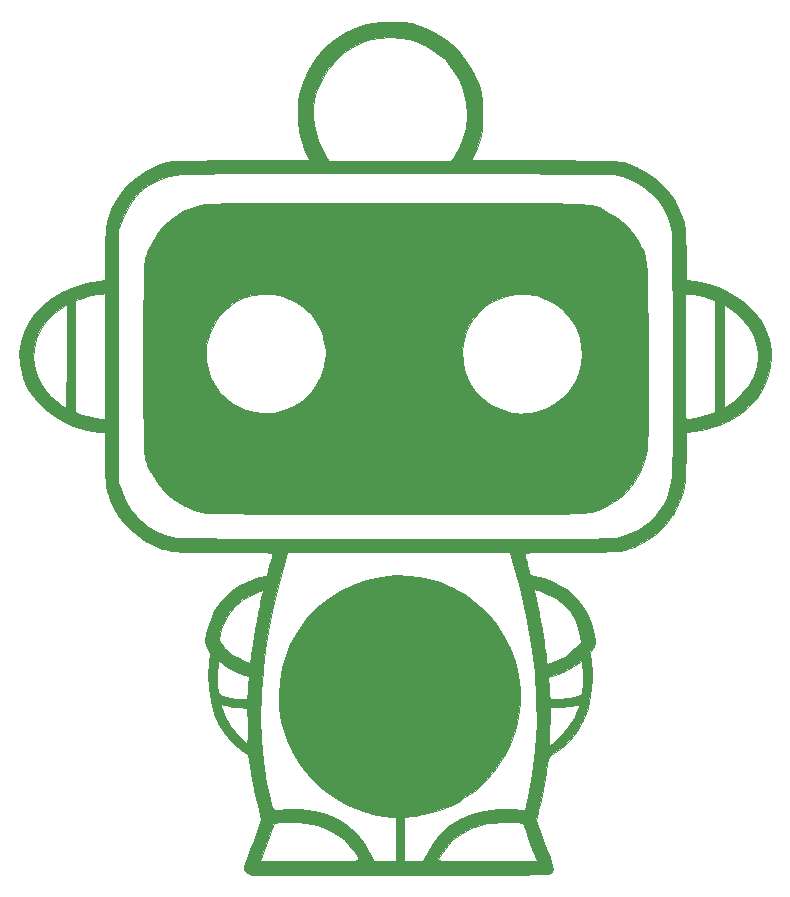
<source format=gto>
G04 #@! TF.FileFunction,Legend,Top*
%FSLAX46Y46*%
G04 Gerber Fmt 4.6, Leading zero omitted, Abs format (unit mm)*
G04 Created by KiCad (PCBNEW (2015-04-22 BZR 5621)-product) date 6/30/2015 10:49:08 AM*
%MOMM*%
G01*
G04 APERTURE LIST*
%ADD10C,0.100000*%
%ADD11C,0.150000*%
G04 APERTURE END LIST*
D10*
G36*
X138599333Y-105410000D02*
X138517888Y-106361063D01*
X138280503Y-107270233D01*
X137897599Y-108127190D01*
X137481335Y-108765589D01*
X137481335Y-105530898D01*
X137470503Y-105156000D01*
X137338537Y-104332614D01*
X137069890Y-103578037D01*
X136653231Y-102867308D01*
X136155422Y-102258622D01*
X135925209Y-102030143D01*
X135643879Y-101780138D01*
X135345179Y-101535060D01*
X135062857Y-101321359D01*
X134830661Y-101165487D01*
X134682339Y-101093895D01*
X134666979Y-101092000D01*
X134657917Y-101174035D01*
X134649430Y-101409613D01*
X134641688Y-101782945D01*
X134634861Y-102278241D01*
X134629119Y-102879712D01*
X134624633Y-103571569D01*
X134621571Y-104338021D01*
X134620105Y-105163280D01*
X134620000Y-105455488D01*
X134620000Y-109818976D01*
X135107744Y-109487755D01*
X135395774Y-109267990D01*
X135734541Y-108973630D01*
X136063739Y-108657919D01*
X136156616Y-108561710D01*
X136714748Y-107863505D01*
X137125840Y-107114588D01*
X137383500Y-106331529D01*
X137481335Y-105530898D01*
X137481335Y-108765589D01*
X137379600Y-108921614D01*
X136736930Y-109643184D01*
X135980010Y-110281580D01*
X135119264Y-110826483D01*
X134165115Y-111267571D01*
X133858000Y-111364388D01*
X133858000Y-110149061D01*
X133858000Y-105418057D01*
X133858000Y-100687053D01*
X133540500Y-100560712D01*
X133253322Y-100466743D01*
X132860756Y-100364140D01*
X132425246Y-100266787D01*
X132009233Y-100188571D01*
X131675159Y-100143374D01*
X131656667Y-100141822D01*
X131360333Y-100118333D01*
X131338379Y-105325333D01*
X131335183Y-106251052D01*
X131333526Y-107127840D01*
X131333346Y-107940814D01*
X131334581Y-108675091D01*
X131337168Y-109315786D01*
X131341047Y-109848017D01*
X131346155Y-110256900D01*
X131352429Y-110527550D01*
X131359809Y-110645086D01*
X131360521Y-110647634D01*
X131460299Y-110711727D01*
X131693752Y-110718085D01*
X132068443Y-110665994D01*
X132591936Y-110554740D01*
X132752608Y-110516216D01*
X133087099Y-110426977D01*
X133397703Y-110331558D01*
X133578108Y-110266007D01*
X133858000Y-110149061D01*
X133858000Y-111364388D01*
X133127986Y-111594525D01*
X132168056Y-111777862D01*
X131420423Y-111879683D01*
X131380633Y-114084675D01*
X131366784Y-114777233D01*
X131351786Y-115326017D01*
X131333619Y-115756581D01*
X131310261Y-116094484D01*
X131279692Y-116365280D01*
X131239891Y-116594527D01*
X131188837Y-116807780D01*
X131156057Y-116924667D01*
X130770049Y-117962524D01*
X130287816Y-118834697D01*
X130287816Y-109333432D01*
X130287665Y-107916775D01*
X130285622Y-106373374D01*
X130281853Y-104775000D01*
X130253920Y-94869000D01*
X130060514Y-94235383D01*
X129783763Y-93470056D01*
X129442370Y-92812057D01*
X129002505Y-92205181D01*
X128528186Y-91689814D01*
X127921974Y-91141185D01*
X127311961Y-90719009D01*
X126641194Y-90388964D01*
X125982617Y-90155809D01*
X125349000Y-89960726D01*
X112871289Y-89942969D01*
X112871289Y-84920667D01*
X112789923Y-83869335D01*
X112551428Y-82867286D01*
X112164211Y-81928139D01*
X111636679Y-81065515D01*
X110977238Y-80293031D01*
X110194295Y-79624307D01*
X109296257Y-79072963D01*
X109246032Y-79047489D01*
X108315697Y-78672661D01*
X107341672Y-78451560D01*
X106346110Y-78381907D01*
X105351165Y-78461422D01*
X104378993Y-78687826D01*
X103451747Y-79058840D01*
X102591583Y-79572183D01*
X102344934Y-79757551D01*
X101667595Y-80386460D01*
X101062587Y-81129839D01*
X100556509Y-81947349D01*
X100175961Y-82798652D01*
X100029017Y-83269667D01*
X99861207Y-84234556D01*
X99844948Y-85229388D01*
X99975175Y-86222400D01*
X100246825Y-87181824D01*
X100654832Y-88075896D01*
X100846002Y-88394111D01*
X101172974Y-88900000D01*
X106338956Y-88900000D01*
X111504938Y-88900000D01*
X111770501Y-88540167D01*
X112212867Y-87809942D01*
X112550310Y-86973853D01*
X112772261Y-86066645D01*
X112868155Y-85123059D01*
X112871289Y-84920667D01*
X112871289Y-89942969D01*
X107442000Y-89935244D01*
X105132415Y-89932383D01*
X102965182Y-89930568D01*
X100942282Y-89929795D01*
X99065692Y-89930056D01*
X97337391Y-89931345D01*
X95759359Y-89933656D01*
X94333574Y-89936983D01*
X93062014Y-89941319D01*
X91946660Y-89946658D01*
X90989490Y-89952993D01*
X90192482Y-89960318D01*
X89557615Y-89968628D01*
X89086869Y-89977915D01*
X88782222Y-89988173D01*
X88676132Y-89995165D01*
X87657935Y-90175136D01*
X86721747Y-90500490D01*
X85876054Y-90964513D01*
X85129342Y-91560494D01*
X84490095Y-92281720D01*
X83966799Y-93121480D01*
X83585000Y-94022333D01*
X83354333Y-94699667D01*
X83354333Y-105367667D01*
X83354333Y-116035667D01*
X83552611Y-116670667D01*
X83929854Y-117614729D01*
X84435808Y-118460931D01*
X85058721Y-119198795D01*
X85786840Y-119817842D01*
X86608414Y-120307594D01*
X87511690Y-120657573D01*
X88202633Y-120816556D01*
X88324982Y-120823095D01*
X88608689Y-120829554D01*
X89045778Y-120835899D01*
X89628273Y-120842097D01*
X90348198Y-120848113D01*
X91197578Y-120853916D01*
X92168437Y-120859471D01*
X93252799Y-120864746D01*
X94442689Y-120869706D01*
X95730130Y-120874319D01*
X97107148Y-120878551D01*
X98565766Y-120882369D01*
X100098009Y-120885739D01*
X101695900Y-120888628D01*
X103351465Y-120891004D01*
X105056727Y-120892831D01*
X106736052Y-120894041D01*
X108840271Y-120895068D01*
X110781733Y-120895720D01*
X112567013Y-120895958D01*
X114202685Y-120895742D01*
X115695326Y-120895034D01*
X117051510Y-120893795D01*
X118277814Y-120891985D01*
X119380811Y-120889565D01*
X120367078Y-120886497D01*
X121243190Y-120882740D01*
X122015722Y-120878257D01*
X122691250Y-120873008D01*
X123276349Y-120866954D01*
X123777593Y-120860055D01*
X124201560Y-120852273D01*
X124554823Y-120843569D01*
X124843958Y-120833903D01*
X125075541Y-120823236D01*
X125256146Y-120811530D01*
X125392349Y-120798746D01*
X125490726Y-120784843D01*
X125503644Y-120782465D01*
X126461169Y-120515214D01*
X127348573Y-120097982D01*
X128152233Y-119540420D01*
X128858526Y-118852176D01*
X129453829Y-118042900D01*
X129515649Y-117940667D01*
X129768971Y-117415223D01*
X129984552Y-116777219D01*
X130146067Y-116082069D01*
X130223983Y-115536144D01*
X130238048Y-115303766D01*
X130250425Y-114906793D01*
X130261089Y-114349958D01*
X130270014Y-113637991D01*
X130277174Y-112775624D01*
X130282545Y-111767588D01*
X130286101Y-110618613D01*
X130287816Y-109333432D01*
X130287816Y-118834697D01*
X130247686Y-118907277D01*
X129598630Y-119749090D01*
X128832541Y-120478123D01*
X127959081Y-121084541D01*
X126987909Y-121558507D01*
X126405016Y-121762392D01*
X126253794Y-121806764D01*
X126107041Y-121843882D01*
X125948310Y-121874525D01*
X125761158Y-121899473D01*
X125529140Y-121919504D01*
X125235812Y-121935396D01*
X124864728Y-121947928D01*
X124399445Y-121957879D01*
X123823517Y-121966027D01*
X123120501Y-121973152D01*
X122273951Y-121980032D01*
X121722189Y-121984132D01*
X120741080Y-121992298D01*
X119918681Y-122001455D01*
X119244372Y-122011948D01*
X118707529Y-122024123D01*
X118297532Y-122038329D01*
X118003758Y-122054910D01*
X117815587Y-122074213D01*
X117722395Y-122096585D01*
X117708237Y-122115053D01*
X117745448Y-122234885D01*
X117817375Y-122478568D01*
X117912574Y-122807032D01*
X117989457Y-123075319D01*
X118234483Y-123934304D01*
X118955408Y-124110489D01*
X119365133Y-124231961D01*
X119842232Y-124405546D01*
X120306123Y-124601006D01*
X120472502Y-124679810D01*
X120927289Y-124921813D01*
X121297082Y-125167268D01*
X121651223Y-125466239D01*
X121911836Y-125718973D01*
X122539422Y-126438553D01*
X123019222Y-127198209D01*
X123366528Y-128028478D01*
X123596632Y-128959898D01*
X123627434Y-129144824D01*
X123675228Y-129472189D01*
X123688757Y-129687008D01*
X123660663Y-129843918D01*
X123583588Y-129997555D01*
X123493895Y-130136425D01*
X123260926Y-130488466D01*
X123352463Y-131329887D01*
X123419713Y-132103161D01*
X123437482Y-132780571D01*
X123405025Y-133428419D01*
X123321599Y-134113007D01*
X123321174Y-134115826D01*
X123078485Y-135202027D01*
X122692942Y-136214224D01*
X122680436Y-136236459D01*
X122680436Y-132458054D01*
X122668589Y-132027190D01*
X122644028Y-131710550D01*
X122584320Y-131153006D01*
X122531373Y-131192531D01*
X122531373Y-129601234D01*
X122475579Y-129180638D01*
X122298777Y-128432769D01*
X121980733Y-127695613D01*
X121546137Y-127013661D01*
X121019677Y-126431402D01*
X120884169Y-126312908D01*
X120460354Y-125986191D01*
X120047446Y-125732496D01*
X119582953Y-125517771D01*
X119096931Y-125339113D01*
X118514283Y-125140941D01*
X118556719Y-125329637D01*
X118672507Y-125863372D01*
X118799777Y-126481963D01*
X118931720Y-127149185D01*
X119061525Y-127828814D01*
X119182382Y-128484624D01*
X119287482Y-129080390D01*
X119370014Y-129579888D01*
X119419865Y-129921000D01*
X119475657Y-130345393D01*
X119527980Y-130733048D01*
X119570681Y-131039006D01*
X119596160Y-131209554D01*
X119640693Y-131482108D01*
X120176636Y-131287571D01*
X120538097Y-131141431D01*
X120908017Y-130968629D01*
X121125790Y-130852204D01*
X121390988Y-130670000D01*
X121705590Y-130413781D01*
X122006037Y-130135681D01*
X122035187Y-130106304D01*
X122531373Y-129601234D01*
X122531373Y-131192531D01*
X122146327Y-131479972D01*
X121594688Y-131848763D01*
X121017423Y-132138960D01*
X120353667Y-132383346D01*
X119761000Y-132573480D01*
X119792036Y-133448573D01*
X119809076Y-133820470D01*
X119830424Y-134129445D01*
X119852943Y-134336107D01*
X119867726Y-134398806D01*
X119972248Y-134432630D01*
X120204692Y-134443814D01*
X120525581Y-134435257D01*
X120895441Y-134409860D01*
X121274798Y-134370523D01*
X121624175Y-134320147D01*
X121904099Y-134261632D01*
X121962333Y-134244912D01*
X122228148Y-134154575D01*
X122436686Y-134070838D01*
X122503976Y-134036114D01*
X122563537Y-133916186D01*
X122613111Y-133662761D01*
X122650550Y-133311494D01*
X122673708Y-132898040D01*
X122680436Y-132458054D01*
X122680436Y-136236459D01*
X122332534Y-136855017D01*
X122332534Y-135085390D01*
X122308537Y-134975064D01*
X122183766Y-134949836D01*
X121946891Y-134986205D01*
X121814167Y-135013583D01*
X121455077Y-135069515D01*
X121020319Y-135109954D01*
X120603417Y-135126224D01*
X120599670Y-135126235D01*
X119914340Y-135128000D01*
X119859146Y-136334500D01*
X119838653Y-136814271D01*
X119821558Y-137275020D01*
X119809429Y-137669883D01*
X119803839Y-137951993D01*
X119803643Y-137991265D01*
X119803333Y-138441530D01*
X120071049Y-138250900D01*
X120264159Y-138096852D01*
X120523155Y-137868845D01*
X120795143Y-137613606D01*
X120820792Y-137588606D01*
X121459771Y-136845622D01*
X121969710Y-135993228D01*
X122123522Y-135655350D01*
X122267086Y-135304318D01*
X122332534Y-135085390D01*
X122332534Y-136855017D01*
X122172241Y-137140013D01*
X121524077Y-137966991D01*
X120756146Y-138682754D01*
X120268680Y-139035635D01*
X119994124Y-139221626D01*
X119829447Y-139361156D01*
X119741424Y-139498295D01*
X119696830Y-139677109D01*
X119677457Y-139819833D01*
X119555491Y-140678423D01*
X119395950Y-141611596D01*
X119213126Y-142542444D01*
X119021310Y-143394063D01*
X118988964Y-143524913D01*
X118756512Y-144451106D01*
X118756512Y-136598798D01*
X118737959Y-134398752D01*
X118586259Y-132134861D01*
X118301999Y-129816555D01*
X117885765Y-127453265D01*
X117338144Y-125054422D01*
X116783870Y-123041833D01*
X116476142Y-122004667D01*
X107063754Y-122004667D01*
X97651365Y-122004667D01*
X97258467Y-123380500D01*
X96759841Y-125224297D01*
X96348260Y-126969913D01*
X96016394Y-128659764D01*
X95756916Y-130336267D01*
X95588667Y-131812257D01*
X95588667Y-125274926D01*
X95520039Y-125257472D01*
X95336413Y-125306976D01*
X95071173Y-125408807D01*
X94757703Y-125548337D01*
X94429389Y-125710938D01*
X94119614Y-125881979D01*
X93922426Y-126005062D01*
X93259087Y-126537294D01*
X92723427Y-127168355D01*
X92370134Y-127764375D01*
X92213663Y-128119205D01*
X92068212Y-128526872D01*
X91950759Y-128931153D01*
X91878283Y-129275823D01*
X91863333Y-129442601D01*
X91925650Y-129599236D01*
X92092304Y-129826564D01*
X92332852Y-130092773D01*
X92616851Y-130366049D01*
X92913857Y-130614580D01*
X93133333Y-130769751D01*
X93400558Y-130924242D01*
X93707083Y-131078359D01*
X94011554Y-131214278D01*
X94272616Y-131314176D01*
X94448915Y-131360227D01*
X94494397Y-131356380D01*
X94529186Y-131261148D01*
X94568952Y-131042123D01*
X94605723Y-130744349D01*
X94609500Y-130706045D01*
X94657300Y-130302452D01*
X94733429Y-129772131D01*
X94831184Y-129154021D01*
X94943866Y-128487066D01*
X95064772Y-127810205D01*
X95187202Y-127162381D01*
X95304453Y-126582536D01*
X95373883Y-126264207D01*
X95458900Y-125885741D01*
X95528017Y-125571519D01*
X95573730Y-125356098D01*
X95588667Y-125274926D01*
X95588667Y-131812257D01*
X95562497Y-132041838D01*
X95425808Y-133818892D01*
X95411012Y-134073092D01*
X95364594Y-135938823D01*
X95428639Y-137834817D01*
X95599437Y-139713607D01*
X95873276Y-141527727D01*
X96069425Y-142494000D01*
X96177921Y-142993007D01*
X96261772Y-143351709D01*
X96344929Y-143592010D01*
X96451343Y-143735814D01*
X96604965Y-143805025D01*
X96829748Y-143821550D01*
X97149643Y-143807290D01*
X97485083Y-143788677D01*
X98729263Y-143796897D01*
X99883107Y-143942019D01*
X100942981Y-144222146D01*
X101905251Y-144635380D01*
X102766283Y-145179821D01*
X103522443Y-145853573D01*
X104170096Y-146654737D01*
X104691713Y-147552833D01*
X104991758Y-148166667D01*
X105920546Y-148166667D01*
X106849333Y-148166667D01*
X106849333Y-146309188D01*
X106849333Y-144451709D01*
X106447167Y-144401877D01*
X105801447Y-144317089D01*
X105279972Y-144235768D01*
X104838119Y-144148819D01*
X104431266Y-144047150D01*
X104014791Y-143921669D01*
X103889131Y-143880617D01*
X102690640Y-143396322D01*
X101572837Y-142768839D01*
X100546972Y-142009419D01*
X99624297Y-141129315D01*
X98816061Y-140139781D01*
X98133516Y-139052068D01*
X97587913Y-137877430D01*
X97418122Y-137408503D01*
X97144235Y-136364482D01*
X96984705Y-135238652D01*
X96939534Y-134074089D01*
X97008724Y-132913870D01*
X97192277Y-131801073D01*
X97417808Y-130984830D01*
X97904543Y-129784453D01*
X98524611Y-128676269D01*
X99265685Y-127667310D01*
X100115437Y-126764609D01*
X101061540Y-125975199D01*
X102091668Y-125306113D01*
X103193494Y-124764384D01*
X104354691Y-124357045D01*
X105562931Y-124091129D01*
X106805888Y-123973668D01*
X108071236Y-124011697D01*
X109304667Y-124202992D01*
X110560693Y-124554692D01*
X111723170Y-125043877D01*
X112804645Y-125677444D01*
X113817664Y-126462292D01*
X114385260Y-126996030D01*
X115239188Y-127966818D01*
X115946359Y-129006107D01*
X116508483Y-130100961D01*
X116927265Y-131238441D01*
X117204413Y-132405608D01*
X117341634Y-133589524D01*
X117340636Y-134777252D01*
X117203125Y-135955852D01*
X116930808Y-137112387D01*
X116525393Y-138233917D01*
X115988588Y-139307506D01*
X115322098Y-140320214D01*
X114527631Y-141259104D01*
X113606895Y-142111236D01*
X112561597Y-142863673D01*
X112268000Y-143042335D01*
X111410204Y-143485930D01*
X110489753Y-143855578D01*
X109560866Y-144132632D01*
X108677766Y-144298446D01*
X108583926Y-144309290D01*
X108254614Y-144346915D01*
X107949894Y-144385388D01*
X107801833Y-144406396D01*
X107526667Y-144449006D01*
X107526667Y-146307836D01*
X107526667Y-148166667D01*
X108352167Y-148161274D01*
X109177667Y-148155881D01*
X109533449Y-147420440D01*
X110052565Y-146530959D01*
X110688996Y-145761341D01*
X111438097Y-145113976D01*
X112295224Y-144591255D01*
X113255730Y-144195569D01*
X114314973Y-143929309D01*
X115468307Y-143794865D01*
X116588862Y-143788798D01*
X117742156Y-143838123D01*
X118007432Y-142721561D01*
X118391835Y-140769633D01*
X118641333Y-138725568D01*
X118756512Y-136598798D01*
X118756512Y-144451106D01*
X118698356Y-144682826D01*
X119420178Y-146606904D01*
X119676035Y-147294960D01*
X119872077Y-147843306D01*
X120010682Y-148269732D01*
X120094227Y-148592028D01*
X120125088Y-148827983D01*
X120105642Y-148995388D01*
X120038266Y-149112032D01*
X119925337Y-149195705D01*
X119774932Y-149262036D01*
X119667088Y-149271350D01*
X119401375Y-149280207D01*
X118989257Y-149288592D01*
X118783074Y-149291569D01*
X118783074Y-148166667D01*
X118539565Y-147510500D01*
X118405207Y-147149366D01*
X118236221Y-146696462D01*
X118057527Y-146218535D01*
X117940784Y-145906895D01*
X117585512Y-144959458D01*
X117112849Y-144900402D01*
X116724512Y-144873852D01*
X116230430Y-144871795D01*
X115681469Y-144891242D01*
X115128497Y-144929203D01*
X114622380Y-144982686D01*
X114213986Y-145048700D01*
X114088333Y-145078227D01*
X113183896Y-145399978D01*
X112357424Y-145852086D01*
X111637855Y-146418316D01*
X111552241Y-146500874D01*
X111268997Y-146803138D01*
X110991136Y-147138285D01*
X110742653Y-147472769D01*
X110547542Y-147773046D01*
X110429798Y-148005571D01*
X110406128Y-148103167D01*
X110487948Y-148115661D01*
X110722990Y-148127340D01*
X111095142Y-148137960D01*
X111588293Y-148147278D01*
X112186332Y-148155047D01*
X112873148Y-148161025D01*
X113632630Y-148164967D01*
X114448666Y-148166628D01*
X114594204Y-148166667D01*
X118783074Y-148166667D01*
X118783074Y-149291569D01*
X118442198Y-149296492D01*
X117771661Y-149303893D01*
X116989111Y-149310783D01*
X116106010Y-149317148D01*
X115133824Y-149322974D01*
X114084015Y-149328247D01*
X112968048Y-149332955D01*
X111797386Y-149337083D01*
X110583493Y-149340618D01*
X109337833Y-149343547D01*
X108071869Y-149345855D01*
X106797067Y-149347531D01*
X105524888Y-149348559D01*
X104266798Y-149348928D01*
X103716667Y-149348791D01*
X103716667Y-148066736D01*
X103662866Y-147906597D01*
X103518000Y-147656709D01*
X103306878Y-147350804D01*
X103054305Y-147022615D01*
X102785088Y-146705873D01*
X102524034Y-146434310D01*
X102498243Y-146409919D01*
X101812686Y-145874190D01*
X101016568Y-145435518D01*
X100159283Y-145119111D01*
X99725417Y-145024817D01*
X99178305Y-144948864D01*
X98573415Y-144895143D01*
X97966217Y-144867541D01*
X97412181Y-144869947D01*
X97020105Y-144899034D01*
X96558396Y-144956720D01*
X95956698Y-146561693D01*
X95354999Y-148166667D01*
X99535833Y-148166667D01*
X100542283Y-148165654D01*
X101389532Y-148162455D01*
X102087702Y-148156829D01*
X102646915Y-148148532D01*
X103077291Y-148137323D01*
X103388952Y-148122960D01*
X103592021Y-148105202D01*
X103696617Y-148083805D01*
X103716667Y-148066736D01*
X103716667Y-149348791D01*
X103034259Y-149348622D01*
X101838737Y-149347628D01*
X100691694Y-149345934D01*
X99604594Y-149343525D01*
X98588901Y-149340388D01*
X97656080Y-149336510D01*
X96817593Y-149331877D01*
X96084904Y-149326475D01*
X95469478Y-149320291D01*
X94982779Y-149313312D01*
X94636269Y-149305524D01*
X94441413Y-149296913D01*
X94403333Y-149291934D01*
X94147974Y-149131204D01*
X94000508Y-148899858D01*
X93980000Y-148772722D01*
X94009041Y-148635532D01*
X94090607Y-148364973D01*
X94216362Y-147985693D01*
X94377970Y-147522342D01*
X94567094Y-146999567D01*
X94706832Y-146623592D01*
X95433665Y-144688828D01*
X95131257Y-143443247D01*
X94930121Y-142560712D01*
X94747084Y-141653382D01*
X94592408Y-140776768D01*
X94476357Y-139986379D01*
X94446982Y-139742333D01*
X94413520Y-139499883D01*
X94413520Y-132520326D01*
X93963927Y-132375583D01*
X93526908Y-132205441D01*
X93035564Y-131968315D01*
X92558201Y-131700293D01*
X92163127Y-131437469D01*
X92107719Y-131394839D01*
X91801771Y-131152737D01*
X91748621Y-131595202D01*
X91710651Y-132069796D01*
X91696857Y-132610364D01*
X91707281Y-133141907D01*
X91741966Y-133589424D01*
X91747464Y-133631765D01*
X91793892Y-133877604D01*
X91877740Y-134017234D01*
X92047380Y-134113424D01*
X92149631Y-134153622D01*
X92476190Y-134255133D01*
X92857437Y-134340205D01*
X93255691Y-134404667D01*
X93633275Y-134444353D01*
X93952511Y-134455092D01*
X94175720Y-134432715D01*
X94260421Y-134387167D01*
X94280545Y-134281136D01*
X94306511Y-134044023D01*
X94334591Y-133713806D01*
X94355178Y-133421996D01*
X94413520Y-132520326D01*
X94413520Y-139499883D01*
X94407113Y-139453461D01*
X94343659Y-139269792D01*
X94303105Y-139223590D01*
X94303105Y-137069708D01*
X94299453Y-136673167D01*
X94276333Y-135170333D01*
X93472000Y-135117227D01*
X93076671Y-135083762D01*
X92706835Y-135039670D01*
X92421906Y-134992501D01*
X92342145Y-134973671D01*
X92016623Y-134883220D01*
X92071574Y-135111443D01*
X92167848Y-135399880D01*
X92329702Y-135775166D01*
X92530401Y-136182197D01*
X92743208Y-136565869D01*
X92890090Y-136798436D01*
X93060765Y-137022426D01*
X93289166Y-137287158D01*
X93545643Y-137562501D01*
X93800549Y-137818326D01*
X94024235Y-138024500D01*
X94187053Y-138150893D01*
X94245596Y-138176000D01*
X94270462Y-138095249D01*
X94288890Y-137868473D01*
X94300048Y-137518887D01*
X94303105Y-137069708D01*
X94303105Y-139223590D01*
X94219004Y-139127779D01*
X93995537Y-138963875D01*
X93979852Y-138953113D01*
X93168976Y-138297003D01*
X92477967Y-137527316D01*
X91910735Y-136653872D01*
X91471190Y-135686496D01*
X91163242Y-134635010D01*
X90990801Y-133509236D01*
X90957778Y-132318996D01*
X91014249Y-131502933D01*
X91116263Y-130544867D01*
X90881573Y-130096614D01*
X90646882Y-129648361D01*
X90794480Y-128897162D01*
X91071006Y-127889548D01*
X91484842Y-126977214D01*
X92033507Y-126164643D01*
X92679684Y-125487125D01*
X93120089Y-125151294D01*
X93669901Y-124816874D01*
X94271556Y-124513474D01*
X94867493Y-124270700D01*
X95296462Y-124141224D01*
X95893257Y-123997245D01*
X96143128Y-123106789D01*
X96247499Y-122734122D01*
X96335877Y-122417212D01*
X96397561Y-122194511D01*
X96420375Y-122110500D01*
X96394291Y-122085107D01*
X96293952Y-122063848D01*
X96107612Y-122046414D01*
X95823528Y-122032492D01*
X95429953Y-122021771D01*
X94915145Y-122013940D01*
X94267359Y-122008688D01*
X93474850Y-122005703D01*
X92525874Y-122004674D01*
X92427323Y-122004667D01*
X91409553Y-122003845D01*
X90544028Y-122000440D01*
X89813664Y-121993040D01*
X89201375Y-121980234D01*
X88690077Y-121960610D01*
X88262687Y-121932758D01*
X87902118Y-121895267D01*
X87591288Y-121846724D01*
X87313111Y-121785719D01*
X87050502Y-121710840D01*
X86786378Y-121620677D01*
X86508684Y-121515772D01*
X85627117Y-121086335D01*
X84803021Y-120514682D01*
X84059786Y-119824462D01*
X83420800Y-119039328D01*
X82909451Y-118182929D01*
X82669305Y-117633276D01*
X82529176Y-117233465D01*
X82419766Y-116845396D01*
X82337595Y-116440227D01*
X82279180Y-115989120D01*
X82241042Y-115463234D01*
X82219699Y-114833730D01*
X82211670Y-114071767D01*
X82211333Y-113839128D01*
X82211333Y-111869153D01*
X82211333Y-110744000D01*
X82211333Y-105418056D01*
X82211333Y-100092113D01*
X81851500Y-100133208D01*
X81529860Y-100183419D01*
X81135974Y-100264196D01*
X80722571Y-100362556D01*
X80342380Y-100465516D01*
X80048131Y-100560094D01*
X79944099Y-100602838D01*
X79713667Y-100713282D01*
X79713667Y-105444954D01*
X79713667Y-110176626D01*
X80052333Y-110298321D01*
X80309324Y-110377676D01*
X80660750Y-110469548D01*
X81056259Y-110562687D01*
X81445494Y-110645848D01*
X81778103Y-110707780D01*
X82003731Y-110737236D01*
X82020833Y-110738043D01*
X82211333Y-110744000D01*
X82211333Y-111869153D01*
X81669540Y-111818559D01*
X80573115Y-111636079D01*
X79507096Y-111302772D01*
X78979295Y-111055980D01*
X78979295Y-103134443D01*
X78978066Y-102499097D01*
X78975378Y-101964082D01*
X78971291Y-101545431D01*
X78965868Y-101259181D01*
X78959168Y-101121366D01*
X78956896Y-101111340D01*
X78861576Y-101126173D01*
X78669987Y-101228462D01*
X78415398Y-101396605D01*
X78131078Y-101608998D01*
X77911954Y-101789856D01*
X77233792Y-102470955D01*
X76716222Y-103200506D01*
X76360251Y-103976349D01*
X76166883Y-104796322D01*
X76134635Y-105612733D01*
X76258041Y-106489442D01*
X76538088Y-107304010D01*
X76975326Y-108057332D01*
X77570301Y-108750304D01*
X78323562Y-109383823D01*
X78528333Y-109527374D01*
X78951667Y-109814219D01*
X78973609Y-105482108D01*
X78977128Y-104641983D01*
X78979002Y-103854083D01*
X78979295Y-103134443D01*
X78979295Y-111055980D01*
X78497919Y-110830896D01*
X77572020Y-110232706D01*
X76792667Y-109557625D01*
X76141561Y-108826111D01*
X75645878Y-108082853D01*
X75292309Y-107301827D01*
X75067545Y-106457014D01*
X75006992Y-106066124D01*
X74971965Y-105136942D01*
X75095509Y-104233479D01*
X75367532Y-103366399D01*
X75777941Y-102546367D01*
X76316644Y-101784048D01*
X76973550Y-101090107D01*
X77738565Y-100475208D01*
X78601598Y-99950017D01*
X79552557Y-99525198D01*
X80581350Y-99211417D01*
X81675074Y-99019655D01*
X82197148Y-98960353D01*
X82232533Y-96703010D01*
X82244586Y-96007370D01*
X82257705Y-95456039D01*
X82273833Y-95023992D01*
X82294911Y-94686208D01*
X82322881Y-94417664D01*
X82359686Y-94193336D01*
X82407267Y-93988201D01*
X82456813Y-93812984D01*
X82846062Y-92794645D01*
X83373985Y-91867787D01*
X84031085Y-91041921D01*
X84807864Y-90326560D01*
X85694823Y-89731215D01*
X86682467Y-89265399D01*
X87164333Y-89098367D01*
X87926333Y-88862141D01*
X93704833Y-88834406D01*
X94677029Y-88829369D01*
X95597875Y-88823875D01*
X96453650Y-88818053D01*
X97230634Y-88812031D01*
X97915106Y-88805936D01*
X98493345Y-88799897D01*
X98951631Y-88794041D01*
X99276243Y-88788495D01*
X99453460Y-88783388D01*
X99483333Y-88780593D01*
X99450327Y-88697242D01*
X99362395Y-88497867D01*
X99236164Y-88219917D01*
X99186445Y-88111938D01*
X98857845Y-87272970D01*
X98646474Y-86414550D01*
X98542435Y-85488753D01*
X98527365Y-84920667D01*
X98541529Y-84323434D01*
X98581733Y-83777507D01*
X98643756Y-83336360D01*
X98657776Y-83268268D01*
X98985262Y-82163240D01*
X99458545Y-81133431D01*
X100066428Y-80190601D01*
X100797716Y-79346513D01*
X101641210Y-78612928D01*
X102585715Y-78001608D01*
X103620035Y-77524315D01*
X104351667Y-77287009D01*
X104879792Y-77181651D01*
X105518964Y-77113997D01*
X106215953Y-77084556D01*
X106917532Y-77093835D01*
X107570474Y-77142342D01*
X108121551Y-77230585D01*
X108204000Y-77250265D01*
X109331296Y-77618891D01*
X110361959Y-78124684D01*
X111289701Y-78761590D01*
X112108234Y-79523556D01*
X112811271Y-80404530D01*
X113392523Y-81398459D01*
X113845702Y-82499290D01*
X113929550Y-82761667D01*
X114018721Y-83069601D01*
X114081601Y-83336840D01*
X114122683Y-83604635D01*
X114146458Y-83914236D01*
X114157419Y-84306892D01*
X114160056Y-84823855D01*
X114160038Y-84878333D01*
X114146690Y-85607758D01*
X114101454Y-86215832D01*
X114015128Y-86749013D01*
X113878510Y-87253756D01*
X113682398Y-87776519D01*
X113507630Y-88171913D01*
X113214100Y-88807219D01*
X119408550Y-88837495D01*
X120599668Y-88843654D01*
X121633704Y-88849887D01*
X122522911Y-88856511D01*
X123279541Y-88863838D01*
X123915845Y-88872183D01*
X124444077Y-88881861D01*
X124876487Y-88893186D01*
X125225328Y-88906472D01*
X125502851Y-88922034D01*
X125721310Y-88940186D01*
X125892955Y-88961242D01*
X126030038Y-88985517D01*
X126132652Y-89010016D01*
X127180923Y-89374373D01*
X128137381Y-89874948D01*
X128992230Y-90501932D01*
X129735672Y-91245515D01*
X130357909Y-92095888D01*
X130849146Y-93043241D01*
X131199585Y-94077764D01*
X131201533Y-94085348D01*
X131250133Y-94327380D01*
X131289833Y-94649253D01*
X131321909Y-95070342D01*
X131347636Y-95610021D01*
X131368288Y-96287665D01*
X131379065Y-96783605D01*
X131420803Y-98952210D01*
X132141620Y-99053047D01*
X133315060Y-99295983D01*
X134412295Y-99683459D01*
X135423585Y-100210575D01*
X136339187Y-100872430D01*
X136995697Y-101495067D01*
X137633716Y-102282550D01*
X138108552Y-103110675D01*
X138422889Y-103985993D01*
X138579410Y-104915055D01*
X138599333Y-105410000D01*
X138599333Y-105410000D01*
X138599333Y-105410000D01*
G37*
X138599333Y-105410000D02*
X138517888Y-106361063D01*
X138280503Y-107270233D01*
X137897599Y-108127190D01*
X137481335Y-108765589D01*
X137481335Y-105530898D01*
X137470503Y-105156000D01*
X137338537Y-104332614D01*
X137069890Y-103578037D01*
X136653231Y-102867308D01*
X136155422Y-102258622D01*
X135925209Y-102030143D01*
X135643879Y-101780138D01*
X135345179Y-101535060D01*
X135062857Y-101321359D01*
X134830661Y-101165487D01*
X134682339Y-101093895D01*
X134666979Y-101092000D01*
X134657917Y-101174035D01*
X134649430Y-101409613D01*
X134641688Y-101782945D01*
X134634861Y-102278241D01*
X134629119Y-102879712D01*
X134624633Y-103571569D01*
X134621571Y-104338021D01*
X134620105Y-105163280D01*
X134620000Y-105455488D01*
X134620000Y-109818976D01*
X135107744Y-109487755D01*
X135395774Y-109267990D01*
X135734541Y-108973630D01*
X136063739Y-108657919D01*
X136156616Y-108561710D01*
X136714748Y-107863505D01*
X137125840Y-107114588D01*
X137383500Y-106331529D01*
X137481335Y-105530898D01*
X137481335Y-108765589D01*
X137379600Y-108921614D01*
X136736930Y-109643184D01*
X135980010Y-110281580D01*
X135119264Y-110826483D01*
X134165115Y-111267571D01*
X133858000Y-111364388D01*
X133858000Y-110149061D01*
X133858000Y-105418057D01*
X133858000Y-100687053D01*
X133540500Y-100560712D01*
X133253322Y-100466743D01*
X132860756Y-100364140D01*
X132425246Y-100266787D01*
X132009233Y-100188571D01*
X131675159Y-100143374D01*
X131656667Y-100141822D01*
X131360333Y-100118333D01*
X131338379Y-105325333D01*
X131335183Y-106251052D01*
X131333526Y-107127840D01*
X131333346Y-107940814D01*
X131334581Y-108675091D01*
X131337168Y-109315786D01*
X131341047Y-109848017D01*
X131346155Y-110256900D01*
X131352429Y-110527550D01*
X131359809Y-110645086D01*
X131360521Y-110647634D01*
X131460299Y-110711727D01*
X131693752Y-110718085D01*
X132068443Y-110665994D01*
X132591936Y-110554740D01*
X132752608Y-110516216D01*
X133087099Y-110426977D01*
X133397703Y-110331558D01*
X133578108Y-110266007D01*
X133858000Y-110149061D01*
X133858000Y-111364388D01*
X133127986Y-111594525D01*
X132168056Y-111777862D01*
X131420423Y-111879683D01*
X131380633Y-114084675D01*
X131366784Y-114777233D01*
X131351786Y-115326017D01*
X131333619Y-115756581D01*
X131310261Y-116094484D01*
X131279692Y-116365280D01*
X131239891Y-116594527D01*
X131188837Y-116807780D01*
X131156057Y-116924667D01*
X130770049Y-117962524D01*
X130287816Y-118834697D01*
X130287816Y-109333432D01*
X130287665Y-107916775D01*
X130285622Y-106373374D01*
X130281853Y-104775000D01*
X130253920Y-94869000D01*
X130060514Y-94235383D01*
X129783763Y-93470056D01*
X129442370Y-92812057D01*
X129002505Y-92205181D01*
X128528186Y-91689814D01*
X127921974Y-91141185D01*
X127311961Y-90719009D01*
X126641194Y-90388964D01*
X125982617Y-90155809D01*
X125349000Y-89960726D01*
X112871289Y-89942969D01*
X112871289Y-84920667D01*
X112789923Y-83869335D01*
X112551428Y-82867286D01*
X112164211Y-81928139D01*
X111636679Y-81065515D01*
X110977238Y-80293031D01*
X110194295Y-79624307D01*
X109296257Y-79072963D01*
X109246032Y-79047489D01*
X108315697Y-78672661D01*
X107341672Y-78451560D01*
X106346110Y-78381907D01*
X105351165Y-78461422D01*
X104378993Y-78687826D01*
X103451747Y-79058840D01*
X102591583Y-79572183D01*
X102344934Y-79757551D01*
X101667595Y-80386460D01*
X101062587Y-81129839D01*
X100556509Y-81947349D01*
X100175961Y-82798652D01*
X100029017Y-83269667D01*
X99861207Y-84234556D01*
X99844948Y-85229388D01*
X99975175Y-86222400D01*
X100246825Y-87181824D01*
X100654832Y-88075896D01*
X100846002Y-88394111D01*
X101172974Y-88900000D01*
X106338956Y-88900000D01*
X111504938Y-88900000D01*
X111770501Y-88540167D01*
X112212867Y-87809942D01*
X112550310Y-86973853D01*
X112772261Y-86066645D01*
X112868155Y-85123059D01*
X112871289Y-84920667D01*
X112871289Y-89942969D01*
X107442000Y-89935244D01*
X105132415Y-89932383D01*
X102965182Y-89930568D01*
X100942282Y-89929795D01*
X99065692Y-89930056D01*
X97337391Y-89931345D01*
X95759359Y-89933656D01*
X94333574Y-89936983D01*
X93062014Y-89941319D01*
X91946660Y-89946658D01*
X90989490Y-89952993D01*
X90192482Y-89960318D01*
X89557615Y-89968628D01*
X89086869Y-89977915D01*
X88782222Y-89988173D01*
X88676132Y-89995165D01*
X87657935Y-90175136D01*
X86721747Y-90500490D01*
X85876054Y-90964513D01*
X85129342Y-91560494D01*
X84490095Y-92281720D01*
X83966799Y-93121480D01*
X83585000Y-94022333D01*
X83354333Y-94699667D01*
X83354333Y-105367667D01*
X83354333Y-116035667D01*
X83552611Y-116670667D01*
X83929854Y-117614729D01*
X84435808Y-118460931D01*
X85058721Y-119198795D01*
X85786840Y-119817842D01*
X86608414Y-120307594D01*
X87511690Y-120657573D01*
X88202633Y-120816556D01*
X88324982Y-120823095D01*
X88608689Y-120829554D01*
X89045778Y-120835899D01*
X89628273Y-120842097D01*
X90348198Y-120848113D01*
X91197578Y-120853916D01*
X92168437Y-120859471D01*
X93252799Y-120864746D01*
X94442689Y-120869706D01*
X95730130Y-120874319D01*
X97107148Y-120878551D01*
X98565766Y-120882369D01*
X100098009Y-120885739D01*
X101695900Y-120888628D01*
X103351465Y-120891004D01*
X105056727Y-120892831D01*
X106736052Y-120894041D01*
X108840271Y-120895068D01*
X110781733Y-120895720D01*
X112567013Y-120895958D01*
X114202685Y-120895742D01*
X115695326Y-120895034D01*
X117051510Y-120893795D01*
X118277814Y-120891985D01*
X119380811Y-120889565D01*
X120367078Y-120886497D01*
X121243190Y-120882740D01*
X122015722Y-120878257D01*
X122691250Y-120873008D01*
X123276349Y-120866954D01*
X123777593Y-120860055D01*
X124201560Y-120852273D01*
X124554823Y-120843569D01*
X124843958Y-120833903D01*
X125075541Y-120823236D01*
X125256146Y-120811530D01*
X125392349Y-120798746D01*
X125490726Y-120784843D01*
X125503644Y-120782465D01*
X126461169Y-120515214D01*
X127348573Y-120097982D01*
X128152233Y-119540420D01*
X128858526Y-118852176D01*
X129453829Y-118042900D01*
X129515649Y-117940667D01*
X129768971Y-117415223D01*
X129984552Y-116777219D01*
X130146067Y-116082069D01*
X130223983Y-115536144D01*
X130238048Y-115303766D01*
X130250425Y-114906793D01*
X130261089Y-114349958D01*
X130270014Y-113637991D01*
X130277174Y-112775624D01*
X130282545Y-111767588D01*
X130286101Y-110618613D01*
X130287816Y-109333432D01*
X130287816Y-118834697D01*
X130247686Y-118907277D01*
X129598630Y-119749090D01*
X128832541Y-120478123D01*
X127959081Y-121084541D01*
X126987909Y-121558507D01*
X126405016Y-121762392D01*
X126253794Y-121806764D01*
X126107041Y-121843882D01*
X125948310Y-121874525D01*
X125761158Y-121899473D01*
X125529140Y-121919504D01*
X125235812Y-121935396D01*
X124864728Y-121947928D01*
X124399445Y-121957879D01*
X123823517Y-121966027D01*
X123120501Y-121973152D01*
X122273951Y-121980032D01*
X121722189Y-121984132D01*
X120741080Y-121992298D01*
X119918681Y-122001455D01*
X119244372Y-122011948D01*
X118707529Y-122024123D01*
X118297532Y-122038329D01*
X118003758Y-122054910D01*
X117815587Y-122074213D01*
X117722395Y-122096585D01*
X117708237Y-122115053D01*
X117745448Y-122234885D01*
X117817375Y-122478568D01*
X117912574Y-122807032D01*
X117989457Y-123075319D01*
X118234483Y-123934304D01*
X118955408Y-124110489D01*
X119365133Y-124231961D01*
X119842232Y-124405546D01*
X120306123Y-124601006D01*
X120472502Y-124679810D01*
X120927289Y-124921813D01*
X121297082Y-125167268D01*
X121651223Y-125466239D01*
X121911836Y-125718973D01*
X122539422Y-126438553D01*
X123019222Y-127198209D01*
X123366528Y-128028478D01*
X123596632Y-128959898D01*
X123627434Y-129144824D01*
X123675228Y-129472189D01*
X123688757Y-129687008D01*
X123660663Y-129843918D01*
X123583588Y-129997555D01*
X123493895Y-130136425D01*
X123260926Y-130488466D01*
X123352463Y-131329887D01*
X123419713Y-132103161D01*
X123437482Y-132780571D01*
X123405025Y-133428419D01*
X123321599Y-134113007D01*
X123321174Y-134115826D01*
X123078485Y-135202027D01*
X122692942Y-136214224D01*
X122680436Y-136236459D01*
X122680436Y-132458054D01*
X122668589Y-132027190D01*
X122644028Y-131710550D01*
X122584320Y-131153006D01*
X122531373Y-131192531D01*
X122531373Y-129601234D01*
X122475579Y-129180638D01*
X122298777Y-128432769D01*
X121980733Y-127695613D01*
X121546137Y-127013661D01*
X121019677Y-126431402D01*
X120884169Y-126312908D01*
X120460354Y-125986191D01*
X120047446Y-125732496D01*
X119582953Y-125517771D01*
X119096931Y-125339113D01*
X118514283Y-125140941D01*
X118556719Y-125329637D01*
X118672507Y-125863372D01*
X118799777Y-126481963D01*
X118931720Y-127149185D01*
X119061525Y-127828814D01*
X119182382Y-128484624D01*
X119287482Y-129080390D01*
X119370014Y-129579888D01*
X119419865Y-129921000D01*
X119475657Y-130345393D01*
X119527980Y-130733048D01*
X119570681Y-131039006D01*
X119596160Y-131209554D01*
X119640693Y-131482108D01*
X120176636Y-131287571D01*
X120538097Y-131141431D01*
X120908017Y-130968629D01*
X121125790Y-130852204D01*
X121390988Y-130670000D01*
X121705590Y-130413781D01*
X122006037Y-130135681D01*
X122035187Y-130106304D01*
X122531373Y-129601234D01*
X122531373Y-131192531D01*
X122146327Y-131479972D01*
X121594688Y-131848763D01*
X121017423Y-132138960D01*
X120353667Y-132383346D01*
X119761000Y-132573480D01*
X119792036Y-133448573D01*
X119809076Y-133820470D01*
X119830424Y-134129445D01*
X119852943Y-134336107D01*
X119867726Y-134398806D01*
X119972248Y-134432630D01*
X120204692Y-134443814D01*
X120525581Y-134435257D01*
X120895441Y-134409860D01*
X121274798Y-134370523D01*
X121624175Y-134320147D01*
X121904099Y-134261632D01*
X121962333Y-134244912D01*
X122228148Y-134154575D01*
X122436686Y-134070838D01*
X122503976Y-134036114D01*
X122563537Y-133916186D01*
X122613111Y-133662761D01*
X122650550Y-133311494D01*
X122673708Y-132898040D01*
X122680436Y-132458054D01*
X122680436Y-136236459D01*
X122332534Y-136855017D01*
X122332534Y-135085390D01*
X122308537Y-134975064D01*
X122183766Y-134949836D01*
X121946891Y-134986205D01*
X121814167Y-135013583D01*
X121455077Y-135069515D01*
X121020319Y-135109954D01*
X120603417Y-135126224D01*
X120599670Y-135126235D01*
X119914340Y-135128000D01*
X119859146Y-136334500D01*
X119838653Y-136814271D01*
X119821558Y-137275020D01*
X119809429Y-137669883D01*
X119803839Y-137951993D01*
X119803643Y-137991265D01*
X119803333Y-138441530D01*
X120071049Y-138250900D01*
X120264159Y-138096852D01*
X120523155Y-137868845D01*
X120795143Y-137613606D01*
X120820792Y-137588606D01*
X121459771Y-136845622D01*
X121969710Y-135993228D01*
X122123522Y-135655350D01*
X122267086Y-135304318D01*
X122332534Y-135085390D01*
X122332534Y-136855017D01*
X122172241Y-137140013D01*
X121524077Y-137966991D01*
X120756146Y-138682754D01*
X120268680Y-139035635D01*
X119994124Y-139221626D01*
X119829447Y-139361156D01*
X119741424Y-139498295D01*
X119696830Y-139677109D01*
X119677457Y-139819833D01*
X119555491Y-140678423D01*
X119395950Y-141611596D01*
X119213126Y-142542444D01*
X119021310Y-143394063D01*
X118988964Y-143524913D01*
X118756512Y-144451106D01*
X118756512Y-136598798D01*
X118737959Y-134398752D01*
X118586259Y-132134861D01*
X118301999Y-129816555D01*
X117885765Y-127453265D01*
X117338144Y-125054422D01*
X116783870Y-123041833D01*
X116476142Y-122004667D01*
X107063754Y-122004667D01*
X97651365Y-122004667D01*
X97258467Y-123380500D01*
X96759841Y-125224297D01*
X96348260Y-126969913D01*
X96016394Y-128659764D01*
X95756916Y-130336267D01*
X95588667Y-131812257D01*
X95588667Y-125274926D01*
X95520039Y-125257472D01*
X95336413Y-125306976D01*
X95071173Y-125408807D01*
X94757703Y-125548337D01*
X94429389Y-125710938D01*
X94119614Y-125881979D01*
X93922426Y-126005062D01*
X93259087Y-126537294D01*
X92723427Y-127168355D01*
X92370134Y-127764375D01*
X92213663Y-128119205D01*
X92068212Y-128526872D01*
X91950759Y-128931153D01*
X91878283Y-129275823D01*
X91863333Y-129442601D01*
X91925650Y-129599236D01*
X92092304Y-129826564D01*
X92332852Y-130092773D01*
X92616851Y-130366049D01*
X92913857Y-130614580D01*
X93133333Y-130769751D01*
X93400558Y-130924242D01*
X93707083Y-131078359D01*
X94011554Y-131214278D01*
X94272616Y-131314176D01*
X94448915Y-131360227D01*
X94494397Y-131356380D01*
X94529186Y-131261148D01*
X94568952Y-131042123D01*
X94605723Y-130744349D01*
X94609500Y-130706045D01*
X94657300Y-130302452D01*
X94733429Y-129772131D01*
X94831184Y-129154021D01*
X94943866Y-128487066D01*
X95064772Y-127810205D01*
X95187202Y-127162381D01*
X95304453Y-126582536D01*
X95373883Y-126264207D01*
X95458900Y-125885741D01*
X95528017Y-125571519D01*
X95573730Y-125356098D01*
X95588667Y-125274926D01*
X95588667Y-131812257D01*
X95562497Y-132041838D01*
X95425808Y-133818892D01*
X95411012Y-134073092D01*
X95364594Y-135938823D01*
X95428639Y-137834817D01*
X95599437Y-139713607D01*
X95873276Y-141527727D01*
X96069425Y-142494000D01*
X96177921Y-142993007D01*
X96261772Y-143351709D01*
X96344929Y-143592010D01*
X96451343Y-143735814D01*
X96604965Y-143805025D01*
X96829748Y-143821550D01*
X97149643Y-143807290D01*
X97485083Y-143788677D01*
X98729263Y-143796897D01*
X99883107Y-143942019D01*
X100942981Y-144222146D01*
X101905251Y-144635380D01*
X102766283Y-145179821D01*
X103522443Y-145853573D01*
X104170096Y-146654737D01*
X104691713Y-147552833D01*
X104991758Y-148166667D01*
X105920546Y-148166667D01*
X106849333Y-148166667D01*
X106849333Y-146309188D01*
X106849333Y-144451709D01*
X106447167Y-144401877D01*
X105801447Y-144317089D01*
X105279972Y-144235768D01*
X104838119Y-144148819D01*
X104431266Y-144047150D01*
X104014791Y-143921669D01*
X103889131Y-143880617D01*
X102690640Y-143396322D01*
X101572837Y-142768839D01*
X100546972Y-142009419D01*
X99624297Y-141129315D01*
X98816061Y-140139781D01*
X98133516Y-139052068D01*
X97587913Y-137877430D01*
X97418122Y-137408503D01*
X97144235Y-136364482D01*
X96984705Y-135238652D01*
X96939534Y-134074089D01*
X97008724Y-132913870D01*
X97192277Y-131801073D01*
X97417808Y-130984830D01*
X97904543Y-129784453D01*
X98524611Y-128676269D01*
X99265685Y-127667310D01*
X100115437Y-126764609D01*
X101061540Y-125975199D01*
X102091668Y-125306113D01*
X103193494Y-124764384D01*
X104354691Y-124357045D01*
X105562931Y-124091129D01*
X106805888Y-123973668D01*
X108071236Y-124011697D01*
X109304667Y-124202992D01*
X110560693Y-124554692D01*
X111723170Y-125043877D01*
X112804645Y-125677444D01*
X113817664Y-126462292D01*
X114385260Y-126996030D01*
X115239188Y-127966818D01*
X115946359Y-129006107D01*
X116508483Y-130100961D01*
X116927265Y-131238441D01*
X117204413Y-132405608D01*
X117341634Y-133589524D01*
X117340636Y-134777252D01*
X117203125Y-135955852D01*
X116930808Y-137112387D01*
X116525393Y-138233917D01*
X115988588Y-139307506D01*
X115322098Y-140320214D01*
X114527631Y-141259104D01*
X113606895Y-142111236D01*
X112561597Y-142863673D01*
X112268000Y-143042335D01*
X111410204Y-143485930D01*
X110489753Y-143855578D01*
X109560866Y-144132632D01*
X108677766Y-144298446D01*
X108583926Y-144309290D01*
X108254614Y-144346915D01*
X107949894Y-144385388D01*
X107801833Y-144406396D01*
X107526667Y-144449006D01*
X107526667Y-146307836D01*
X107526667Y-148166667D01*
X108352167Y-148161274D01*
X109177667Y-148155881D01*
X109533449Y-147420440D01*
X110052565Y-146530959D01*
X110688996Y-145761341D01*
X111438097Y-145113976D01*
X112295224Y-144591255D01*
X113255730Y-144195569D01*
X114314973Y-143929309D01*
X115468307Y-143794865D01*
X116588862Y-143788798D01*
X117742156Y-143838123D01*
X118007432Y-142721561D01*
X118391835Y-140769633D01*
X118641333Y-138725568D01*
X118756512Y-136598798D01*
X118756512Y-144451106D01*
X118698356Y-144682826D01*
X119420178Y-146606904D01*
X119676035Y-147294960D01*
X119872077Y-147843306D01*
X120010682Y-148269732D01*
X120094227Y-148592028D01*
X120125088Y-148827983D01*
X120105642Y-148995388D01*
X120038266Y-149112032D01*
X119925337Y-149195705D01*
X119774932Y-149262036D01*
X119667088Y-149271350D01*
X119401375Y-149280207D01*
X118989257Y-149288592D01*
X118783074Y-149291569D01*
X118783074Y-148166667D01*
X118539565Y-147510500D01*
X118405207Y-147149366D01*
X118236221Y-146696462D01*
X118057527Y-146218535D01*
X117940784Y-145906895D01*
X117585512Y-144959458D01*
X117112849Y-144900402D01*
X116724512Y-144873852D01*
X116230430Y-144871795D01*
X115681469Y-144891242D01*
X115128497Y-144929203D01*
X114622380Y-144982686D01*
X114213986Y-145048700D01*
X114088333Y-145078227D01*
X113183896Y-145399978D01*
X112357424Y-145852086D01*
X111637855Y-146418316D01*
X111552241Y-146500874D01*
X111268997Y-146803138D01*
X110991136Y-147138285D01*
X110742653Y-147472769D01*
X110547542Y-147773046D01*
X110429798Y-148005571D01*
X110406128Y-148103167D01*
X110487948Y-148115661D01*
X110722990Y-148127340D01*
X111095142Y-148137960D01*
X111588293Y-148147278D01*
X112186332Y-148155047D01*
X112873148Y-148161025D01*
X113632630Y-148164967D01*
X114448666Y-148166628D01*
X114594204Y-148166667D01*
X118783074Y-148166667D01*
X118783074Y-149291569D01*
X118442198Y-149296492D01*
X117771661Y-149303893D01*
X116989111Y-149310783D01*
X116106010Y-149317148D01*
X115133824Y-149322974D01*
X114084015Y-149328247D01*
X112968048Y-149332955D01*
X111797386Y-149337083D01*
X110583493Y-149340618D01*
X109337833Y-149343547D01*
X108071869Y-149345855D01*
X106797067Y-149347531D01*
X105524888Y-149348559D01*
X104266798Y-149348928D01*
X103716667Y-149348791D01*
X103716667Y-148066736D01*
X103662866Y-147906597D01*
X103518000Y-147656709D01*
X103306878Y-147350804D01*
X103054305Y-147022615D01*
X102785088Y-146705873D01*
X102524034Y-146434310D01*
X102498243Y-146409919D01*
X101812686Y-145874190D01*
X101016568Y-145435518D01*
X100159283Y-145119111D01*
X99725417Y-145024817D01*
X99178305Y-144948864D01*
X98573415Y-144895143D01*
X97966217Y-144867541D01*
X97412181Y-144869947D01*
X97020105Y-144899034D01*
X96558396Y-144956720D01*
X95956698Y-146561693D01*
X95354999Y-148166667D01*
X99535833Y-148166667D01*
X100542283Y-148165654D01*
X101389532Y-148162455D01*
X102087702Y-148156829D01*
X102646915Y-148148532D01*
X103077291Y-148137323D01*
X103388952Y-148122960D01*
X103592021Y-148105202D01*
X103696617Y-148083805D01*
X103716667Y-148066736D01*
X103716667Y-149348791D01*
X103034259Y-149348622D01*
X101838737Y-149347628D01*
X100691694Y-149345934D01*
X99604594Y-149343525D01*
X98588901Y-149340388D01*
X97656080Y-149336510D01*
X96817593Y-149331877D01*
X96084904Y-149326475D01*
X95469478Y-149320291D01*
X94982779Y-149313312D01*
X94636269Y-149305524D01*
X94441413Y-149296913D01*
X94403333Y-149291934D01*
X94147974Y-149131204D01*
X94000508Y-148899858D01*
X93980000Y-148772722D01*
X94009041Y-148635532D01*
X94090607Y-148364973D01*
X94216362Y-147985693D01*
X94377970Y-147522342D01*
X94567094Y-146999567D01*
X94706832Y-146623592D01*
X95433665Y-144688828D01*
X95131257Y-143443247D01*
X94930121Y-142560712D01*
X94747084Y-141653382D01*
X94592408Y-140776768D01*
X94476357Y-139986379D01*
X94446982Y-139742333D01*
X94413520Y-139499883D01*
X94413520Y-132520326D01*
X93963927Y-132375583D01*
X93526908Y-132205441D01*
X93035564Y-131968315D01*
X92558201Y-131700293D01*
X92163127Y-131437469D01*
X92107719Y-131394839D01*
X91801771Y-131152737D01*
X91748621Y-131595202D01*
X91710651Y-132069796D01*
X91696857Y-132610364D01*
X91707281Y-133141907D01*
X91741966Y-133589424D01*
X91747464Y-133631765D01*
X91793892Y-133877604D01*
X91877740Y-134017234D01*
X92047380Y-134113424D01*
X92149631Y-134153622D01*
X92476190Y-134255133D01*
X92857437Y-134340205D01*
X93255691Y-134404667D01*
X93633275Y-134444353D01*
X93952511Y-134455092D01*
X94175720Y-134432715D01*
X94260421Y-134387167D01*
X94280545Y-134281136D01*
X94306511Y-134044023D01*
X94334591Y-133713806D01*
X94355178Y-133421996D01*
X94413520Y-132520326D01*
X94413520Y-139499883D01*
X94407113Y-139453461D01*
X94343659Y-139269792D01*
X94303105Y-139223590D01*
X94303105Y-137069708D01*
X94299453Y-136673167D01*
X94276333Y-135170333D01*
X93472000Y-135117227D01*
X93076671Y-135083762D01*
X92706835Y-135039670D01*
X92421906Y-134992501D01*
X92342145Y-134973671D01*
X92016623Y-134883220D01*
X92071574Y-135111443D01*
X92167848Y-135399880D01*
X92329702Y-135775166D01*
X92530401Y-136182197D01*
X92743208Y-136565869D01*
X92890090Y-136798436D01*
X93060765Y-137022426D01*
X93289166Y-137287158D01*
X93545643Y-137562501D01*
X93800549Y-137818326D01*
X94024235Y-138024500D01*
X94187053Y-138150893D01*
X94245596Y-138176000D01*
X94270462Y-138095249D01*
X94288890Y-137868473D01*
X94300048Y-137518887D01*
X94303105Y-137069708D01*
X94303105Y-139223590D01*
X94219004Y-139127779D01*
X93995537Y-138963875D01*
X93979852Y-138953113D01*
X93168976Y-138297003D01*
X92477967Y-137527316D01*
X91910735Y-136653872D01*
X91471190Y-135686496D01*
X91163242Y-134635010D01*
X90990801Y-133509236D01*
X90957778Y-132318996D01*
X91014249Y-131502933D01*
X91116263Y-130544867D01*
X90881573Y-130096614D01*
X90646882Y-129648361D01*
X90794480Y-128897162D01*
X91071006Y-127889548D01*
X91484842Y-126977214D01*
X92033507Y-126164643D01*
X92679684Y-125487125D01*
X93120089Y-125151294D01*
X93669901Y-124816874D01*
X94271556Y-124513474D01*
X94867493Y-124270700D01*
X95296462Y-124141224D01*
X95893257Y-123997245D01*
X96143128Y-123106789D01*
X96247499Y-122734122D01*
X96335877Y-122417212D01*
X96397561Y-122194511D01*
X96420375Y-122110500D01*
X96394291Y-122085107D01*
X96293952Y-122063848D01*
X96107612Y-122046414D01*
X95823528Y-122032492D01*
X95429953Y-122021771D01*
X94915145Y-122013940D01*
X94267359Y-122008688D01*
X93474850Y-122005703D01*
X92525874Y-122004674D01*
X92427323Y-122004667D01*
X91409553Y-122003845D01*
X90544028Y-122000440D01*
X89813664Y-121993040D01*
X89201375Y-121980234D01*
X88690077Y-121960610D01*
X88262687Y-121932758D01*
X87902118Y-121895267D01*
X87591288Y-121846724D01*
X87313111Y-121785719D01*
X87050502Y-121710840D01*
X86786378Y-121620677D01*
X86508684Y-121515772D01*
X85627117Y-121086335D01*
X84803021Y-120514682D01*
X84059786Y-119824462D01*
X83420800Y-119039328D01*
X82909451Y-118182929D01*
X82669305Y-117633276D01*
X82529176Y-117233465D01*
X82419766Y-116845396D01*
X82337595Y-116440227D01*
X82279180Y-115989120D01*
X82241042Y-115463234D01*
X82219699Y-114833730D01*
X82211670Y-114071767D01*
X82211333Y-113839128D01*
X82211333Y-111869153D01*
X82211333Y-110744000D01*
X82211333Y-105418056D01*
X82211333Y-100092113D01*
X81851500Y-100133208D01*
X81529860Y-100183419D01*
X81135974Y-100264196D01*
X80722571Y-100362556D01*
X80342380Y-100465516D01*
X80048131Y-100560094D01*
X79944099Y-100602838D01*
X79713667Y-100713282D01*
X79713667Y-105444954D01*
X79713667Y-110176626D01*
X80052333Y-110298321D01*
X80309324Y-110377676D01*
X80660750Y-110469548D01*
X81056259Y-110562687D01*
X81445494Y-110645848D01*
X81778103Y-110707780D01*
X82003731Y-110737236D01*
X82020833Y-110738043D01*
X82211333Y-110744000D01*
X82211333Y-111869153D01*
X81669540Y-111818559D01*
X80573115Y-111636079D01*
X79507096Y-111302772D01*
X78979295Y-111055980D01*
X78979295Y-103134443D01*
X78978066Y-102499097D01*
X78975378Y-101964082D01*
X78971291Y-101545431D01*
X78965868Y-101259181D01*
X78959168Y-101121366D01*
X78956896Y-101111340D01*
X78861576Y-101126173D01*
X78669987Y-101228462D01*
X78415398Y-101396605D01*
X78131078Y-101608998D01*
X77911954Y-101789856D01*
X77233792Y-102470955D01*
X76716222Y-103200506D01*
X76360251Y-103976349D01*
X76166883Y-104796322D01*
X76134635Y-105612733D01*
X76258041Y-106489442D01*
X76538088Y-107304010D01*
X76975326Y-108057332D01*
X77570301Y-108750304D01*
X78323562Y-109383823D01*
X78528333Y-109527374D01*
X78951667Y-109814219D01*
X78973609Y-105482108D01*
X78977128Y-104641983D01*
X78979002Y-103854083D01*
X78979295Y-103134443D01*
X78979295Y-111055980D01*
X78497919Y-110830896D01*
X77572020Y-110232706D01*
X76792667Y-109557625D01*
X76141561Y-108826111D01*
X75645878Y-108082853D01*
X75292309Y-107301827D01*
X75067545Y-106457014D01*
X75006992Y-106066124D01*
X74971965Y-105136942D01*
X75095509Y-104233479D01*
X75367532Y-103366399D01*
X75777941Y-102546367D01*
X76316644Y-101784048D01*
X76973550Y-101090107D01*
X77738565Y-100475208D01*
X78601598Y-99950017D01*
X79552557Y-99525198D01*
X80581350Y-99211417D01*
X81675074Y-99019655D01*
X82197148Y-98960353D01*
X82232533Y-96703010D01*
X82244586Y-96007370D01*
X82257705Y-95456039D01*
X82273833Y-95023992D01*
X82294911Y-94686208D01*
X82322881Y-94417664D01*
X82359686Y-94193336D01*
X82407267Y-93988201D01*
X82456813Y-93812984D01*
X82846062Y-92794645D01*
X83373985Y-91867787D01*
X84031085Y-91041921D01*
X84807864Y-90326560D01*
X85694823Y-89731215D01*
X86682467Y-89265399D01*
X87164333Y-89098367D01*
X87926333Y-88862141D01*
X93704833Y-88834406D01*
X94677029Y-88829369D01*
X95597875Y-88823875D01*
X96453650Y-88818053D01*
X97230634Y-88812031D01*
X97915106Y-88805936D01*
X98493345Y-88799897D01*
X98951631Y-88794041D01*
X99276243Y-88788495D01*
X99453460Y-88783388D01*
X99483333Y-88780593D01*
X99450327Y-88697242D01*
X99362395Y-88497867D01*
X99236164Y-88219917D01*
X99186445Y-88111938D01*
X98857845Y-87272970D01*
X98646474Y-86414550D01*
X98542435Y-85488753D01*
X98527365Y-84920667D01*
X98541529Y-84323434D01*
X98581733Y-83777507D01*
X98643756Y-83336360D01*
X98657776Y-83268268D01*
X98985262Y-82163240D01*
X99458545Y-81133431D01*
X100066428Y-80190601D01*
X100797716Y-79346513D01*
X101641210Y-78612928D01*
X102585715Y-78001608D01*
X103620035Y-77524315D01*
X104351667Y-77287009D01*
X104879792Y-77181651D01*
X105518964Y-77113997D01*
X106215953Y-77084556D01*
X106917532Y-77093835D01*
X107570474Y-77142342D01*
X108121551Y-77230585D01*
X108204000Y-77250265D01*
X109331296Y-77618891D01*
X110361959Y-78124684D01*
X111289701Y-78761590D01*
X112108234Y-79523556D01*
X112811271Y-80404530D01*
X113392523Y-81398459D01*
X113845702Y-82499290D01*
X113929550Y-82761667D01*
X114018721Y-83069601D01*
X114081601Y-83336840D01*
X114122683Y-83604635D01*
X114146458Y-83914236D01*
X114157419Y-84306892D01*
X114160056Y-84823855D01*
X114160038Y-84878333D01*
X114146690Y-85607758D01*
X114101454Y-86215832D01*
X114015128Y-86749013D01*
X113878510Y-87253756D01*
X113682398Y-87776519D01*
X113507630Y-88171913D01*
X113214100Y-88807219D01*
X119408550Y-88837495D01*
X120599668Y-88843654D01*
X121633704Y-88849887D01*
X122522911Y-88856511D01*
X123279541Y-88863838D01*
X123915845Y-88872183D01*
X124444077Y-88881861D01*
X124876487Y-88893186D01*
X125225328Y-88906472D01*
X125502851Y-88922034D01*
X125721310Y-88940186D01*
X125892955Y-88961242D01*
X126030038Y-88985517D01*
X126132652Y-89010016D01*
X127180923Y-89374373D01*
X128137381Y-89874948D01*
X128992230Y-90501932D01*
X129735672Y-91245515D01*
X130357909Y-92095888D01*
X130849146Y-93043241D01*
X131199585Y-94077764D01*
X131201533Y-94085348D01*
X131250133Y-94327380D01*
X131289833Y-94649253D01*
X131321909Y-95070342D01*
X131347636Y-95610021D01*
X131368288Y-96287665D01*
X131379065Y-96783605D01*
X131420803Y-98952210D01*
X132141620Y-99053047D01*
X133315060Y-99295983D01*
X134412295Y-99683459D01*
X135423585Y-100210575D01*
X136339187Y-100872430D01*
X136995697Y-101495067D01*
X137633716Y-102282550D01*
X138108552Y-103110675D01*
X138422889Y-103985993D01*
X138579410Y-104915055D01*
X138599333Y-105410000D01*
X138599333Y-105410000D01*
G36*
X128171627Y-108039411D02*
X128171280Y-109235486D01*
X128168152Y-110272254D01*
X128162219Y-111153050D01*
X128153454Y-111881210D01*
X128141829Y-112460067D01*
X128127321Y-112892956D01*
X128109902Y-113183214D01*
X128100533Y-113272595D01*
X127885687Y-114274966D01*
X127520082Y-115215477D01*
X127015144Y-116079130D01*
X126382297Y-116850928D01*
X125632965Y-117515874D01*
X124778573Y-118058970D01*
X124271799Y-118298712D01*
X124135228Y-118357111D01*
X124010351Y-118410676D01*
X123889691Y-118459610D01*
X123765773Y-118504117D01*
X123631122Y-118544403D01*
X123478262Y-118580670D01*
X123299717Y-118613122D01*
X123088011Y-118641965D01*
X122835670Y-118667401D01*
X122567780Y-118687225D01*
X122567780Y-105325770D01*
X122536253Y-104563324D01*
X122411798Y-103853656D01*
X122348445Y-103636256D01*
X121993432Y-102807866D01*
X121513168Y-102076962D01*
X120925525Y-101450981D01*
X120248375Y-100937357D01*
X119499590Y-100543528D01*
X118697042Y-100276929D01*
X117858605Y-100144996D01*
X117002149Y-100155165D01*
X116145548Y-100314872D01*
X115306672Y-100631554D01*
X115224387Y-100672173D01*
X114507172Y-101123908D01*
X113859113Y-101708226D01*
X113307088Y-102393737D01*
X112877976Y-103149055D01*
X112686221Y-103636256D01*
X112530241Y-104313296D01*
X112467165Y-105065085D01*
X112497064Y-105826892D01*
X112620006Y-106533983D01*
X112682896Y-106750068D01*
X113046432Y-107605090D01*
X113539423Y-108353124D01*
X114156991Y-108990277D01*
X114894258Y-109512657D01*
X115746347Y-109916373D01*
X116708382Y-110197531D01*
X117094000Y-110270170D01*
X117368145Y-110284967D01*
X117748638Y-110267219D01*
X118176684Y-110221815D01*
X118593490Y-110153647D01*
X118660333Y-110139862D01*
X119452144Y-109887012D01*
X120201766Y-109486741D01*
X120886569Y-108959830D01*
X121483925Y-108327059D01*
X121971205Y-107609207D01*
X122325781Y-106827053D01*
X122351771Y-106750068D01*
X122506309Y-106076263D01*
X122567780Y-105325770D01*
X122567780Y-118687225D01*
X122535217Y-118689635D01*
X122179177Y-118708872D01*
X121760075Y-118725314D01*
X121270434Y-118739166D01*
X120702779Y-118750633D01*
X120049634Y-118759917D01*
X119303524Y-118767224D01*
X118456974Y-118772757D01*
X117502507Y-118776721D01*
X116432648Y-118779319D01*
X115239921Y-118780755D01*
X113916851Y-118781234D01*
X112455962Y-118780959D01*
X110849779Y-118780136D01*
X109090826Y-118778966D01*
X107171627Y-118777656D01*
X106736052Y-118777375D01*
X105113478Y-118775985D01*
X103533010Y-118773927D01*
X102003263Y-118771242D01*
X100912408Y-118768816D01*
X100912408Y-105312314D01*
X100903424Y-104952743D01*
X100847930Y-104539579D01*
X100798538Y-104268136D01*
X100549278Y-103403582D01*
X100152689Y-102602290D01*
X99624556Y-101882053D01*
X98980665Y-101260665D01*
X98236800Y-100755917D01*
X97408748Y-100385604D01*
X97330972Y-100359588D01*
X96467735Y-100165652D01*
X95582993Y-100130785D01*
X94702595Y-100251477D01*
X93852391Y-100524220D01*
X93069613Y-100938095D01*
X92394367Y-101470239D01*
X91804766Y-102122872D01*
X91325716Y-102861580D01*
X90982118Y-103651949D01*
X90896879Y-103940554D01*
X90806133Y-104464185D01*
X90768927Y-105075271D01*
X90785260Y-105700624D01*
X90855135Y-106267053D01*
X90896879Y-106456112D01*
X91148146Y-107161736D01*
X91522500Y-107855814D01*
X91991130Y-108498661D01*
X92525226Y-109050592D01*
X93078813Y-109461690D01*
X93941012Y-109898557D01*
X94799615Y-110168097D01*
X95665428Y-110271702D01*
X96549256Y-110210764D01*
X97373305Y-110015055D01*
X98179114Y-109676764D01*
X98910830Y-109197733D01*
X99552146Y-108596392D01*
X100086755Y-107891169D01*
X100498349Y-107100494D01*
X100770620Y-106242795D01*
X100789485Y-106154403D01*
X100874542Y-105689223D01*
X100912408Y-105312314D01*
X100912408Y-118768816D01*
X100532854Y-118767973D01*
X99130400Y-118764160D01*
X97804518Y-118759845D01*
X96563824Y-118755070D01*
X95416935Y-118749876D01*
X94372468Y-118744305D01*
X93439039Y-118738398D01*
X92625264Y-118732196D01*
X91939761Y-118725742D01*
X91391147Y-118719077D01*
X90988037Y-118712242D01*
X90739048Y-118705279D01*
X90657967Y-118699889D01*
X89711831Y-118456620D01*
X88814303Y-118061229D01*
X87984525Y-117528343D01*
X87241643Y-116872590D01*
X86604801Y-116108598D01*
X86093142Y-115250995D01*
X86063066Y-115189000D01*
X85965771Y-114987982D01*
X85879737Y-114808934D01*
X85804271Y-114640693D01*
X85738685Y-114472101D01*
X85682287Y-114291997D01*
X85634386Y-114089221D01*
X85594292Y-113852613D01*
X85561315Y-113571013D01*
X85534763Y-113233259D01*
X85513946Y-112828193D01*
X85498173Y-112344655D01*
X85486755Y-111771483D01*
X85478999Y-111097518D01*
X85474216Y-110311599D01*
X85471714Y-109402567D01*
X85470804Y-108359262D01*
X85470794Y-107170522D01*
X85470994Y-105825189D01*
X85471000Y-105621667D01*
X85470784Y-104252982D01*
X85470627Y-103042416D01*
X85471268Y-101978753D01*
X85473442Y-101050781D01*
X85477886Y-100247286D01*
X85485339Y-99557053D01*
X85496536Y-98968868D01*
X85512215Y-98471519D01*
X85533114Y-98053790D01*
X85559969Y-97704468D01*
X85593517Y-97412339D01*
X85634495Y-97166190D01*
X85683641Y-96954806D01*
X85741691Y-96766973D01*
X85809383Y-96591477D01*
X85887454Y-96417106D01*
X85976640Y-96232644D01*
X86077679Y-96026878D01*
X86105421Y-95969667D01*
X86609497Y-95116053D01*
X87245428Y-94354474D01*
X87994113Y-93700250D01*
X88836450Y-93168699D01*
X89753335Y-92775142D01*
X90276651Y-92624450D01*
X90364772Y-92604093D01*
X90456910Y-92585458D01*
X90560551Y-92568467D01*
X90683181Y-92553045D01*
X90832284Y-92539115D01*
X91015346Y-92526601D01*
X91239851Y-92515427D01*
X91513286Y-92505517D01*
X91843135Y-92496793D01*
X92236883Y-92489181D01*
X92702017Y-92482603D01*
X93246020Y-92476983D01*
X93876379Y-92472246D01*
X94600578Y-92468314D01*
X95426103Y-92465112D01*
X96360439Y-92462563D01*
X97411071Y-92460590D01*
X98585485Y-92459119D01*
X99891165Y-92458071D01*
X101335596Y-92457372D01*
X102926265Y-92456945D01*
X104670656Y-92456712D01*
X106576255Y-92456600D01*
X106747069Y-92456593D01*
X108712464Y-92456363D01*
X110515973Y-92456004D01*
X112165046Y-92455780D01*
X113667131Y-92455957D01*
X115029675Y-92456799D01*
X116260126Y-92458571D01*
X117365934Y-92461538D01*
X118354545Y-92465964D01*
X119233409Y-92472115D01*
X120009972Y-92480255D01*
X120691684Y-92490648D01*
X121285993Y-92503561D01*
X121800345Y-92519258D01*
X122242191Y-92538002D01*
X122618976Y-92560060D01*
X122938151Y-92585696D01*
X123207163Y-92615175D01*
X123433460Y-92648762D01*
X123624490Y-92686721D01*
X123787701Y-92729317D01*
X123930541Y-92776816D01*
X124060459Y-92829481D01*
X124184903Y-92887578D01*
X124311320Y-92951371D01*
X124447160Y-93021126D01*
X124587000Y-93090863D01*
X125494175Y-93620576D01*
X126279406Y-94267735D01*
X126942407Y-95032055D01*
X127482894Y-95913251D01*
X127553442Y-96055617D01*
X127650963Y-96256665D01*
X127736896Y-96437173D01*
X127812013Y-96608679D01*
X127877090Y-96782717D01*
X127932901Y-96970823D01*
X127980218Y-97184533D01*
X128019817Y-97435382D01*
X128052472Y-97734905D01*
X128078956Y-98094637D01*
X128100043Y-98526116D01*
X128116508Y-99040875D01*
X128129125Y-99650451D01*
X128138667Y-100366379D01*
X128145909Y-101200194D01*
X128151625Y-102163432D01*
X128156589Y-103267629D01*
X128161574Y-104524319D01*
X128164085Y-105156000D01*
X128169220Y-106680694D01*
X128171627Y-108039411D01*
X128171627Y-108039411D01*
X128171627Y-108039411D01*
G37*
X128171627Y-108039411D02*
X128171280Y-109235486D01*
X128168152Y-110272254D01*
X128162219Y-111153050D01*
X128153454Y-111881210D01*
X128141829Y-112460067D01*
X128127321Y-112892956D01*
X128109902Y-113183214D01*
X128100533Y-113272595D01*
X127885687Y-114274966D01*
X127520082Y-115215477D01*
X127015144Y-116079130D01*
X126382297Y-116850928D01*
X125632965Y-117515874D01*
X124778573Y-118058970D01*
X124271799Y-118298712D01*
X124135228Y-118357111D01*
X124010351Y-118410676D01*
X123889691Y-118459610D01*
X123765773Y-118504117D01*
X123631122Y-118544403D01*
X123478262Y-118580670D01*
X123299717Y-118613122D01*
X123088011Y-118641965D01*
X122835670Y-118667401D01*
X122567780Y-118687225D01*
X122567780Y-105325770D01*
X122536253Y-104563324D01*
X122411798Y-103853656D01*
X122348445Y-103636256D01*
X121993432Y-102807866D01*
X121513168Y-102076962D01*
X120925525Y-101450981D01*
X120248375Y-100937357D01*
X119499590Y-100543528D01*
X118697042Y-100276929D01*
X117858605Y-100144996D01*
X117002149Y-100155165D01*
X116145548Y-100314872D01*
X115306672Y-100631554D01*
X115224387Y-100672173D01*
X114507172Y-101123908D01*
X113859113Y-101708226D01*
X113307088Y-102393737D01*
X112877976Y-103149055D01*
X112686221Y-103636256D01*
X112530241Y-104313296D01*
X112467165Y-105065085D01*
X112497064Y-105826892D01*
X112620006Y-106533983D01*
X112682896Y-106750068D01*
X113046432Y-107605090D01*
X113539423Y-108353124D01*
X114156991Y-108990277D01*
X114894258Y-109512657D01*
X115746347Y-109916373D01*
X116708382Y-110197531D01*
X117094000Y-110270170D01*
X117368145Y-110284967D01*
X117748638Y-110267219D01*
X118176684Y-110221815D01*
X118593490Y-110153647D01*
X118660333Y-110139862D01*
X119452144Y-109887012D01*
X120201766Y-109486741D01*
X120886569Y-108959830D01*
X121483925Y-108327059D01*
X121971205Y-107609207D01*
X122325781Y-106827053D01*
X122351771Y-106750068D01*
X122506309Y-106076263D01*
X122567780Y-105325770D01*
X122567780Y-118687225D01*
X122535217Y-118689635D01*
X122179177Y-118708872D01*
X121760075Y-118725314D01*
X121270434Y-118739166D01*
X120702779Y-118750633D01*
X120049634Y-118759917D01*
X119303524Y-118767224D01*
X118456974Y-118772757D01*
X117502507Y-118776721D01*
X116432648Y-118779319D01*
X115239921Y-118780755D01*
X113916851Y-118781234D01*
X112455962Y-118780959D01*
X110849779Y-118780136D01*
X109090826Y-118778966D01*
X107171627Y-118777656D01*
X106736052Y-118777375D01*
X105113478Y-118775985D01*
X103533010Y-118773927D01*
X102003263Y-118771242D01*
X100912408Y-118768816D01*
X100912408Y-105312314D01*
X100903424Y-104952743D01*
X100847930Y-104539579D01*
X100798538Y-104268136D01*
X100549278Y-103403582D01*
X100152689Y-102602290D01*
X99624556Y-101882053D01*
X98980665Y-101260665D01*
X98236800Y-100755917D01*
X97408748Y-100385604D01*
X97330972Y-100359588D01*
X96467735Y-100165652D01*
X95582993Y-100130785D01*
X94702595Y-100251477D01*
X93852391Y-100524220D01*
X93069613Y-100938095D01*
X92394367Y-101470239D01*
X91804766Y-102122872D01*
X91325716Y-102861580D01*
X90982118Y-103651949D01*
X90896879Y-103940554D01*
X90806133Y-104464185D01*
X90768927Y-105075271D01*
X90785260Y-105700624D01*
X90855135Y-106267053D01*
X90896879Y-106456112D01*
X91148146Y-107161736D01*
X91522500Y-107855814D01*
X91991130Y-108498661D01*
X92525226Y-109050592D01*
X93078813Y-109461690D01*
X93941012Y-109898557D01*
X94799615Y-110168097D01*
X95665428Y-110271702D01*
X96549256Y-110210764D01*
X97373305Y-110015055D01*
X98179114Y-109676764D01*
X98910830Y-109197733D01*
X99552146Y-108596392D01*
X100086755Y-107891169D01*
X100498349Y-107100494D01*
X100770620Y-106242795D01*
X100789485Y-106154403D01*
X100874542Y-105689223D01*
X100912408Y-105312314D01*
X100912408Y-118768816D01*
X100532854Y-118767973D01*
X99130400Y-118764160D01*
X97804518Y-118759845D01*
X96563824Y-118755070D01*
X95416935Y-118749876D01*
X94372468Y-118744305D01*
X93439039Y-118738398D01*
X92625264Y-118732196D01*
X91939761Y-118725742D01*
X91391147Y-118719077D01*
X90988037Y-118712242D01*
X90739048Y-118705279D01*
X90657967Y-118699889D01*
X89711831Y-118456620D01*
X88814303Y-118061229D01*
X87984525Y-117528343D01*
X87241643Y-116872590D01*
X86604801Y-116108598D01*
X86093142Y-115250995D01*
X86063066Y-115189000D01*
X85965771Y-114987982D01*
X85879737Y-114808934D01*
X85804271Y-114640693D01*
X85738685Y-114472101D01*
X85682287Y-114291997D01*
X85634386Y-114089221D01*
X85594292Y-113852613D01*
X85561315Y-113571013D01*
X85534763Y-113233259D01*
X85513946Y-112828193D01*
X85498173Y-112344655D01*
X85486755Y-111771483D01*
X85478999Y-111097518D01*
X85474216Y-110311599D01*
X85471714Y-109402567D01*
X85470804Y-108359262D01*
X85470794Y-107170522D01*
X85470994Y-105825189D01*
X85471000Y-105621667D01*
X85470784Y-104252982D01*
X85470627Y-103042416D01*
X85471268Y-101978753D01*
X85473442Y-101050781D01*
X85477886Y-100247286D01*
X85485339Y-99557053D01*
X85496536Y-98968868D01*
X85512215Y-98471519D01*
X85533114Y-98053790D01*
X85559969Y-97704468D01*
X85593517Y-97412339D01*
X85634495Y-97166190D01*
X85683641Y-96954806D01*
X85741691Y-96766973D01*
X85809383Y-96591477D01*
X85887454Y-96417106D01*
X85976640Y-96232644D01*
X86077679Y-96026878D01*
X86105421Y-95969667D01*
X86609497Y-95116053D01*
X87245428Y-94354474D01*
X87994113Y-93700250D01*
X88836450Y-93168699D01*
X89753335Y-92775142D01*
X90276651Y-92624450D01*
X90364772Y-92604093D01*
X90456910Y-92585458D01*
X90560551Y-92568467D01*
X90683181Y-92553045D01*
X90832284Y-92539115D01*
X91015346Y-92526601D01*
X91239851Y-92515427D01*
X91513286Y-92505517D01*
X91843135Y-92496793D01*
X92236883Y-92489181D01*
X92702017Y-92482603D01*
X93246020Y-92476983D01*
X93876379Y-92472246D01*
X94600578Y-92468314D01*
X95426103Y-92465112D01*
X96360439Y-92462563D01*
X97411071Y-92460590D01*
X98585485Y-92459119D01*
X99891165Y-92458071D01*
X101335596Y-92457372D01*
X102926265Y-92456945D01*
X104670656Y-92456712D01*
X106576255Y-92456600D01*
X106747069Y-92456593D01*
X108712464Y-92456363D01*
X110515973Y-92456004D01*
X112165046Y-92455780D01*
X113667131Y-92455957D01*
X115029675Y-92456799D01*
X116260126Y-92458571D01*
X117365934Y-92461538D01*
X118354545Y-92465964D01*
X119233409Y-92472115D01*
X120009972Y-92480255D01*
X120691684Y-92490648D01*
X121285993Y-92503561D01*
X121800345Y-92519258D01*
X122242191Y-92538002D01*
X122618976Y-92560060D01*
X122938151Y-92585696D01*
X123207163Y-92615175D01*
X123433460Y-92648762D01*
X123624490Y-92686721D01*
X123787701Y-92729317D01*
X123930541Y-92776816D01*
X124060459Y-92829481D01*
X124184903Y-92887578D01*
X124311320Y-92951371D01*
X124447160Y-93021126D01*
X124587000Y-93090863D01*
X125494175Y-93620576D01*
X126279406Y-94267735D01*
X126942407Y-95032055D01*
X127482894Y-95913251D01*
X127553442Y-96055617D01*
X127650963Y-96256665D01*
X127736896Y-96437173D01*
X127812013Y-96608679D01*
X127877090Y-96782717D01*
X127932901Y-96970823D01*
X127980218Y-97184533D01*
X128019817Y-97435382D01*
X128052472Y-97734905D01*
X128078956Y-98094637D01*
X128100043Y-98526116D01*
X128116508Y-99040875D01*
X128129125Y-99650451D01*
X128138667Y-100366379D01*
X128145909Y-101200194D01*
X128151625Y-102163432D01*
X128156589Y-103267629D01*
X128161574Y-104524319D01*
X128164085Y-105156000D01*
X128169220Y-106680694D01*
X128171627Y-108039411D01*
X128171627Y-108039411D01*
D11*
X120355295Y-95420148D02*
X124754705Y-97960148D01*
X124754705Y-97960148D02*
X123484705Y-100159852D01*
X123484705Y-100159852D02*
X119085295Y-97619852D01*
X119085295Y-97619852D02*
X120355295Y-95420148D01*
X119720295Y-96520000D02*
X118620443Y-95885000D01*
X124119705Y-99060000D02*
X125219557Y-99695000D01*
X88605295Y-97960148D02*
X93004705Y-95420148D01*
X93004705Y-95420148D02*
X94274705Y-97619852D01*
X94274705Y-97619852D02*
X89875295Y-100159852D01*
X89875295Y-100159852D02*
X88605295Y-97960148D01*
X89240295Y-99060000D02*
X88140443Y-99695000D01*
X93639705Y-96520000D02*
X94739557Y-95885000D01*
X113515140Y-134620000D02*
G75*
G03X113515140Y-134620000I-6200140J0D01*
G01*
M02*

</source>
